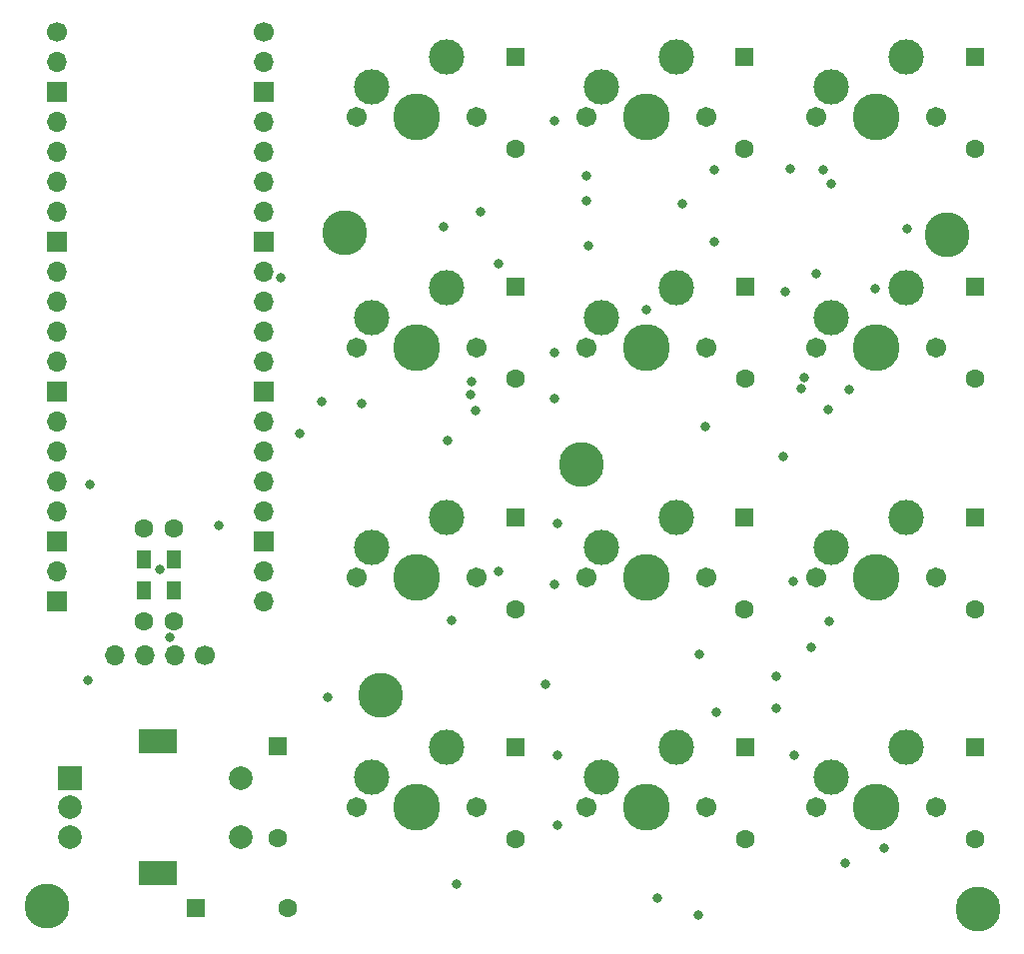
<source format=gbr>
%TF.GenerationSoftware,KiCad,Pcbnew,7.0.1-0*%
%TF.CreationDate,2023-12-29T19:29:48+00:00*%
%TF.ProjectId,3x4-macropad,3378342d-6d61-4637-926f-7061642e6b69,rev?*%
%TF.SameCoordinates,Original*%
%TF.FileFunction,Soldermask,Top*%
%TF.FilePolarity,Negative*%
%FSLAX46Y46*%
G04 Gerber Fmt 4.6, Leading zero omitted, Abs format (unit mm)*
G04 Created by KiCad (PCBNEW 7.0.1-0) date 2023-12-29 19:29:48*
%MOMM*%
%LPD*%
G01*
G04 APERTURE LIST*
%ADD10C,1.701800*%
%ADD11C,3.000000*%
%ADD12C,3.987800*%
%ADD13C,2.600000*%
%ADD14C,3.800000*%
%ADD15R,2.000000X2.000000*%
%ADD16C,2.000000*%
%ADD17R,3.200000X2.000000*%
%ADD18C,1.700000*%
%ADD19O,1.700000X1.700000*%
%ADD20R,1.700000X1.700000*%
%ADD21R,1.600000X1.600000*%
%ADD22C,1.600000*%
%ADD23R,1.200000X1.500000*%
%ADD24C,0.800000*%
G04 APERTURE END LIST*
D10*
%TO.C,SW12*%
X194920000Y-99500000D03*
D11*
X196190000Y-96960000D03*
D12*
X200000000Y-99500000D03*
D11*
X202540000Y-94420000D03*
D10*
X205080000Y-99500000D03*
%TD*%
%TO.C,SW9*%
X194920000Y-41000000D03*
D11*
X196190000Y-38460000D03*
D12*
X200000000Y-41000000D03*
D11*
X202540000Y-35920000D03*
D10*
X205080000Y-41000000D03*
%TD*%
D13*
%TO.C,H3*%
X175000000Y-70400000D03*
D14*
X175000000Y-70400000D03*
%TD*%
D10*
%TO.C,SW8*%
X175420000Y-99500000D03*
D11*
X176690000Y-96960000D03*
D12*
X180500000Y-99500000D03*
D11*
X183040000Y-94420000D03*
D10*
X185580000Y-99500000D03*
%TD*%
D15*
%TO.C,ENC1*%
X131650000Y-97000000D03*
D16*
X131650000Y-102000000D03*
X131650000Y-99500000D03*
D17*
X139150000Y-93900000D03*
X139150000Y-105100000D03*
D16*
X146150000Y-102000000D03*
X146150000Y-97000000D03*
%TD*%
D10*
%TO.C,SW1*%
X155920000Y-41000000D03*
D11*
X157190000Y-38460000D03*
D12*
X161000000Y-41000000D03*
D11*
X163540000Y-35920000D03*
D10*
X166080000Y-41000000D03*
%TD*%
D13*
%TO.C,H5*%
X129700000Y-107900000D03*
D14*
X129700000Y-107900000D03*
%TD*%
D10*
%TO.C,SW4*%
X155920000Y-99500000D03*
D11*
X157190000Y-96960000D03*
D12*
X161000000Y-99500000D03*
D11*
X163540000Y-94420000D03*
D10*
X166080000Y-99500000D03*
%TD*%
%TO.C,SW11*%
X194920000Y-80000000D03*
D11*
X196190000Y-77460000D03*
D12*
X200000000Y-80000000D03*
D11*
X202540000Y-74920000D03*
D10*
X205080000Y-80000000D03*
%TD*%
%TO.C,SW5*%
X175420000Y-41000000D03*
D11*
X176690000Y-38460000D03*
D12*
X180500000Y-41000000D03*
D11*
X183040000Y-35920000D03*
D10*
X185580000Y-41000000D03*
%TD*%
D13*
%TO.C,H2*%
X206000000Y-51000000D03*
D14*
X206000000Y-51000000D03*
%TD*%
D10*
%TO.C,SW6*%
X175420000Y-60500000D03*
D11*
X176690000Y-57960000D03*
D12*
X180500000Y-60500000D03*
D11*
X183040000Y-55420000D03*
D10*
X185580000Y-60500000D03*
%TD*%
%TO.C,SW10*%
X194920000Y-60500000D03*
D11*
X196190000Y-57960000D03*
D12*
X200000000Y-60500000D03*
D11*
X202540000Y-55420000D03*
D10*
X205080000Y-60500000D03*
%TD*%
%TO.C,SW3*%
X155920000Y-80000000D03*
D11*
X157190000Y-77460000D03*
D12*
X161000000Y-80000000D03*
D11*
X163540000Y-74920000D03*
D10*
X166080000Y-80000000D03*
%TD*%
%TO.C,SW7*%
X175420000Y-80000000D03*
D11*
X176690000Y-77460000D03*
D12*
X180500000Y-80000000D03*
D11*
X183040000Y-74920000D03*
D10*
X185580000Y-80000000D03*
%TD*%
%TO.C,SW2*%
X155920000Y-60500000D03*
D11*
X157190000Y-57960000D03*
D12*
X161000000Y-60500000D03*
D11*
X163540000Y-55420000D03*
D10*
X166080000Y-60500000D03*
%TD*%
D13*
%TO.C,H6*%
X208600000Y-108100000D03*
D14*
X208600000Y-108100000D03*
%TD*%
D18*
%TO.C,OLED1*%
X143100000Y-86600000D03*
D19*
X140560000Y-86600000D03*
X138020000Y-86600000D03*
X135480000Y-86600000D03*
%TD*%
D13*
%TO.C,H1*%
X154900000Y-50800000D03*
D14*
X154900000Y-50800000D03*
%TD*%
D13*
%TO.C,H4*%
X158000000Y-90000000D03*
D14*
X158000000Y-90000000D03*
%TD*%
D18*
%TO.C,U1*%
X148108000Y-33813000D03*
D19*
X148108000Y-36353000D03*
D20*
X148108000Y-38893000D03*
D19*
X148108000Y-41433000D03*
X148108000Y-43973000D03*
X148108000Y-46513000D03*
X148108000Y-49053000D03*
D20*
X148108000Y-51593000D03*
D19*
X148108000Y-54133000D03*
X148108000Y-56673000D03*
X148108000Y-59213000D03*
X148108000Y-61753000D03*
D20*
X148108000Y-64293000D03*
D19*
X148108000Y-66833000D03*
X148108000Y-69373000D03*
X148108000Y-71913000D03*
X148108000Y-74453000D03*
D20*
X148108000Y-76993000D03*
D19*
X148108000Y-79533000D03*
X148108000Y-82073000D03*
D20*
X130544000Y-82073000D03*
D19*
X130544000Y-79533000D03*
D20*
X130544000Y-76993000D03*
D19*
X130544000Y-74453000D03*
X130544000Y-71913000D03*
X130544000Y-69373000D03*
X130544000Y-66833000D03*
D20*
X130544000Y-64293000D03*
D19*
X130544000Y-61753000D03*
X130544000Y-59213000D03*
X130544000Y-56673000D03*
X130544000Y-54133000D03*
D20*
X130544000Y-51593000D03*
D19*
X130544000Y-49053000D03*
X130544000Y-46513000D03*
X130544000Y-43973000D03*
X130544000Y-41433000D03*
D20*
X130544000Y-38893000D03*
D19*
X130544000Y-36353000D03*
D18*
X130544000Y-33813000D03*
%TD*%
D21*
%TO.C,D14*%
X149300000Y-94300000D03*
D22*
X149300000Y-102100000D03*
%TD*%
D21*
%TO.C,D11*%
X208400000Y-74900000D03*
D22*
X208400000Y-82700000D03*
%TD*%
D21*
%TO.C,D5*%
X188800000Y-35900000D03*
D22*
X188800000Y-43700000D03*
%TD*%
D23*
%TO.C,R2*%
X140500000Y-78450000D03*
D22*
X140500000Y-75900000D03*
X140500000Y-83700000D03*
D23*
X140500000Y-81150000D03*
%TD*%
D21*
%TO.C,D7*%
X188800000Y-74900000D03*
D22*
X188800000Y-82700000D03*
%TD*%
D21*
%TO.C,D6*%
X188900000Y-55400000D03*
D22*
X188900000Y-63200000D03*
%TD*%
D21*
%TO.C,D9*%
X208400000Y-35900000D03*
D22*
X208400000Y-43700000D03*
%TD*%
D21*
%TO.C,D1*%
X169400000Y-35900000D03*
D22*
X169400000Y-43700000D03*
%TD*%
D21*
%TO.C,D4*%
X169400000Y-94400000D03*
D22*
X169400000Y-102200000D03*
%TD*%
D21*
%TO.C,D10*%
X208400000Y-55400000D03*
D22*
X208400000Y-63200000D03*
%TD*%
D21*
%TO.C,D13*%
X142300000Y-108000000D03*
D22*
X150100000Y-108000000D03*
%TD*%
D21*
%TO.C,D8*%
X188900000Y-94400000D03*
D22*
X188900000Y-102200000D03*
%TD*%
D21*
%TO.C,D12*%
X208400000Y-94400000D03*
D22*
X208400000Y-102200000D03*
%TD*%
D21*
%TO.C,D2*%
X169400000Y-55400000D03*
D22*
X169400000Y-63200000D03*
%TD*%
D23*
%TO.C,R1*%
X137900000Y-81150000D03*
D22*
X137900000Y-83700000D03*
X137900000Y-75900000D03*
D23*
X137900000Y-78450000D03*
%TD*%
D21*
%TO.C,D3*%
X169400000Y-74900000D03*
D22*
X169400000Y-82700000D03*
%TD*%
D24*
X149550000Y-54614775D03*
X193876995Y-63039648D03*
X167965500Y-79497600D03*
X164000000Y-83623000D03*
X175400000Y-46000000D03*
X175400000Y-48100000D03*
X195498587Y-45497559D03*
X156400000Y-65300000D03*
X194900000Y-54300000D03*
X196000000Y-83700000D03*
X194500000Y-85900000D03*
X192100000Y-69800000D03*
X186400000Y-91400000D03*
X192700000Y-45400000D03*
X197372960Y-104250000D03*
X173000000Y-101000000D03*
X195956111Y-65775000D03*
X140102800Y-85125000D03*
X144291300Y-75629500D03*
X139249100Y-79290200D03*
X133318100Y-72129000D03*
X153029351Y-65134149D03*
X151131300Y-67817700D03*
X165686800Y-63443500D03*
X173011900Y-75407100D03*
X172701400Y-41337900D03*
X172701400Y-60975400D03*
X172701400Y-80612900D03*
X173011900Y-95044600D03*
X175561600Y-51886800D03*
X172690900Y-64883000D03*
X180527000Y-57339600D03*
X192986300Y-80356100D03*
X193023600Y-95044600D03*
X165991000Y-65841300D03*
X133185100Y-88750800D03*
X202606300Y-50450000D03*
X168009100Y-53459500D03*
X185541700Y-67194800D03*
X181435000Y-107155600D03*
X186251600Y-51558300D03*
X183541900Y-48317400D03*
X191526800Y-88369000D03*
X199863600Y-55520400D03*
X164461532Y-106027000D03*
X185035100Y-86565000D03*
X200625300Y-102930700D03*
X184917200Y-108642800D03*
X163632300Y-68436200D03*
X165598700Y-64548200D03*
X193665430Y-64017015D03*
X197702500Y-64082500D03*
X186255891Y-45473000D03*
X196179044Y-46659689D03*
X163301500Y-50324500D03*
X166420900Y-49051100D03*
X191533000Y-91112400D03*
X192259600Y-55769600D03*
X153532900Y-90137800D03*
X171960300Y-89050900D03*
M02*

</source>
